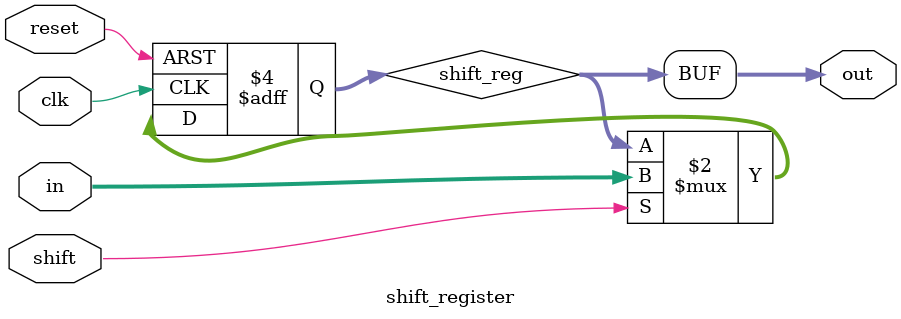
<source format=v>
module shift_register (
    in,
    shift,
    reset,
    clk,
    out
);

input [7:0] in;
input shift, reset, clk;
output [7:0] out;

reg [7:0] shift_reg;

always @ (posedge clk or posedge reset) begin
    if (reset) begin
        shift_reg <= 8'b0;
    end else if (shift) begin
        shift_reg <= {shift_reg[6:0], in};
    end
end

assign out = shift_reg;

endmodule
</source>
